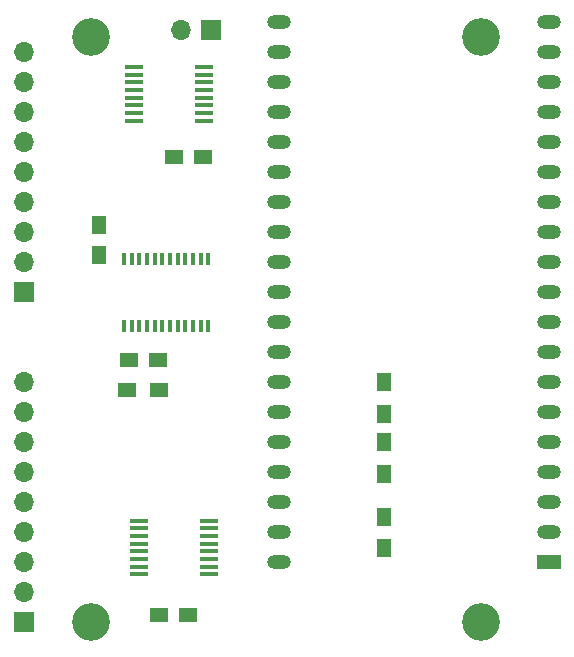
<source format=gbr>
%TF.GenerationSoftware,KiCad,Pcbnew,(5.1.9)-1*%
%TF.CreationDate,2021-06-08T22:15:24-04:00*%
%TF.ProjectId,AtariWiiWifi,41746172-6957-4696-9957-6966692e6b69,rev?*%
%TF.SameCoordinates,Original*%
%TF.FileFunction,Soldermask,Top*%
%TF.FilePolarity,Negative*%
%FSLAX46Y46*%
G04 Gerber Fmt 4.6, Leading zero omitted, Abs format (unit mm)*
G04 Created by KiCad (PCBNEW (5.1.9)-1) date 2021-06-08 22:15:24*
%MOMM*%
%LPD*%
G01*
G04 APERTURE LIST*
%ADD10R,1.700000X1.700000*%
%ADD11O,1.700000X1.700000*%
%ADD12C,3.200000*%
%ADD13R,1.250000X1.500000*%
%ADD14R,1.500000X1.300000*%
%ADD15R,1.300000X1.500000*%
%ADD16R,0.400000X1.100000*%
%ADD17R,1.500000X0.450000*%
%ADD18O,2.000000X1.200000*%
%ADD19R,2.000000X1.200000*%
%ADD20R,1.500000X1.250000*%
G04 APERTURE END LIST*
D10*
%TO.C,J2A1*%
X129540000Y-92710000D03*
D11*
X129540000Y-90170000D03*
X129540000Y-87630000D03*
X129540000Y-85090000D03*
X129540000Y-82550000D03*
X129540000Y-80010000D03*
X129540000Y-77470000D03*
X129540000Y-74930000D03*
X129540000Y-72390000D03*
%TD*%
D12*
%TO.C,REF\u002A\u002A*%
X135255000Y-71120000D03*
%TD*%
%TO.C,REF\u002A\u002A*%
X168275000Y-71120000D03*
%TD*%
%TO.C,REF\u002A\u002A*%
X135255000Y-120650000D03*
%TD*%
%TO.C,REF\u002A\u002A*%
X168275000Y-120650000D03*
%TD*%
D13*
%TO.C,C1*%
X135890000Y-87015000D03*
X135890000Y-89515000D03*
%TD*%
D11*
%TO.C,J1A1*%
X129540000Y-100330000D03*
X129540000Y-102870000D03*
X129540000Y-105410000D03*
X129540000Y-107950000D03*
X129540000Y-110490000D03*
X129540000Y-113030000D03*
X129540000Y-115570000D03*
X129540000Y-118110000D03*
D10*
X129540000Y-120650000D03*
%TD*%
D14*
%TO.C,R1*%
X140970000Y-100965000D03*
X138270000Y-100965000D03*
%TD*%
D15*
%TO.C,R2*%
X160020000Y-103030000D03*
X160020000Y-100330000D03*
%TD*%
%TO.C,R3*%
X160020000Y-111680000D03*
X160020000Y-114380000D03*
%TD*%
%TO.C,R4*%
X160020000Y-105410000D03*
X160020000Y-108110000D03*
%TD*%
D16*
%TO.C,U1*%
X138030000Y-89860000D03*
X138680000Y-89860000D03*
X139330000Y-89860000D03*
X139980000Y-89860000D03*
X140630000Y-89860000D03*
X141280000Y-89860000D03*
X141930000Y-89860000D03*
X142580000Y-89860000D03*
X143230000Y-89860000D03*
X143880000Y-89860000D03*
X144530000Y-89860000D03*
X145180000Y-89860000D03*
X145180000Y-95560000D03*
X144530000Y-95560000D03*
X143880000Y-95560000D03*
X143230000Y-95560000D03*
X142580000Y-95560000D03*
X141930000Y-95560000D03*
X141280000Y-95560000D03*
X140630000Y-95560000D03*
X139980000Y-95560000D03*
X139330000Y-95560000D03*
X138680000Y-95560000D03*
X138030000Y-95560000D03*
%TD*%
D17*
%TO.C,U2*%
X138880000Y-73630000D03*
X138880000Y-74280000D03*
X138880000Y-74930000D03*
X138880000Y-75580000D03*
X138880000Y-76230000D03*
X138880000Y-76880000D03*
X138880000Y-77530000D03*
X138880000Y-78180000D03*
X144780000Y-78180000D03*
X144780000Y-77530000D03*
X144780000Y-76880000D03*
X144780000Y-76230000D03*
X144780000Y-75580000D03*
X144780000Y-74930000D03*
X144780000Y-74280000D03*
X144780000Y-73630000D03*
%TD*%
%TO.C,U3*%
X145190000Y-112025000D03*
X145190000Y-112675000D03*
X145190000Y-113325000D03*
X145190000Y-113975000D03*
X145190000Y-114625000D03*
X145190000Y-115275000D03*
X145190000Y-115925000D03*
X145190000Y-116575000D03*
X139290000Y-116575000D03*
X139290000Y-115925000D03*
X139290000Y-115275000D03*
X139290000Y-114625000D03*
X139290000Y-113975000D03*
X139290000Y-113325000D03*
X139290000Y-112675000D03*
X139290000Y-112025000D03*
%TD*%
D18*
%TO.C,U4*%
X151130000Y-115570000D03*
D19*
X173990000Y-115570000D03*
D18*
X151130000Y-113030000D03*
X173990000Y-113030000D03*
X151130000Y-110490000D03*
X173990000Y-110490000D03*
X151130000Y-107950000D03*
X173990000Y-107950000D03*
X151130000Y-105410000D03*
X173990000Y-105410000D03*
X151130000Y-102870000D03*
X173990000Y-102870000D03*
X151130000Y-100330000D03*
X173990000Y-100330000D03*
X151130000Y-97790000D03*
X173990000Y-97790000D03*
X151130000Y-95250000D03*
X173990000Y-95250000D03*
X151130000Y-92710000D03*
X173990000Y-92710000D03*
X151130000Y-90170000D03*
X173990000Y-90170000D03*
X151130000Y-87630000D03*
X173990000Y-87630000D03*
X151130000Y-85090000D03*
X173990000Y-85090000D03*
X151130000Y-82550000D03*
X173990000Y-82550000D03*
X151130000Y-80010000D03*
X173990000Y-80010000D03*
X151130000Y-77470000D03*
X173990000Y-77470000D03*
X151130000Y-74930000D03*
X173990000Y-74930000D03*
X151130000Y-72390000D03*
X173990000Y-72390000D03*
X151130000Y-69850000D03*
X173990000Y-69850000D03*
%TD*%
D20*
%TO.C,C2*%
X140990000Y-120015000D03*
X143490000Y-120015000D03*
%TD*%
%TO.C,C3*%
X140950000Y-98425000D03*
X138450000Y-98425000D03*
%TD*%
%TO.C,C4*%
X142260000Y-81280000D03*
X144760000Y-81280000D03*
%TD*%
D11*
%TO.C,J3*%
X142875000Y-70485000D03*
D10*
X145415000Y-70485000D03*
%TD*%
M02*

</source>
